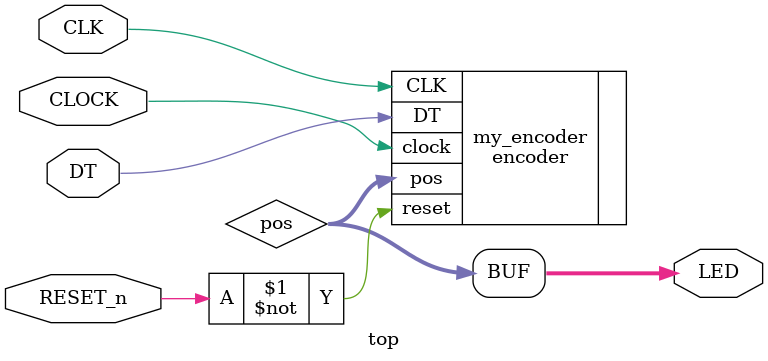
<source format=sv>
module top #(
            parameter int WIDTH = 8
        )
        (
          input logic CLOCK,
          input logic DT,
          input logic CLK,
          input logic RESET_n,
          output logic [7:0] LED
        );
    
  logic [WIDTH-1:0] pos;
  
  // Instanciation d'un encoder
  encoder #(.WIDTH(WIDTH)) my_encoder (
        .clock(CLOCK),
        .DT(DT),
        .CLK(CLK),
        .reset(~RESET_n), // pull-up sur le bouton reset, actif sur niveau bas
        .pos(pos)
  );


  assign LED = pos[7:0]; // compteur de position dirigé ves les 8 Leds

endmodule

</source>
